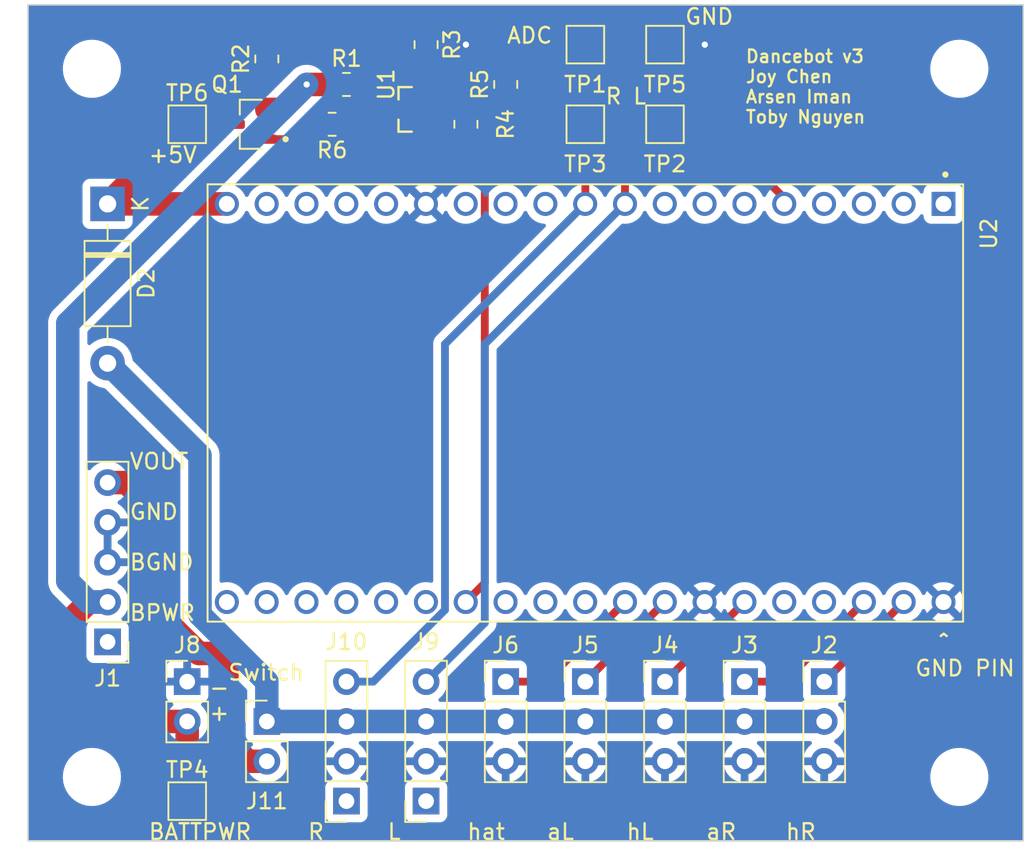
<source format=kicad_pcb>
(kicad_pcb (version 20221018) (generator pcbnew)
  (layers (0 "F.Cu" signal) (31 "B.Cu" signal) (34 "B.Paste" user) (35 "F.Paste" user) (36 "B.SilkS" user "B.Silkscreen") (37 "F.SilkS" user "F.Silkscreen") (38 "B.Mask" user) (39 "F.Mask" user) (44 "Edge.Cuts" user))
  (net 0 "")
  (net 1 "GND")
  (net 2 "BATT ADC")
  (net 3 "SM1")
  (net 4 "NPRightEye")
  (net 5 "NPLeftEye")
  (net 6 "SM2")
  (net 7 "SM3")
  (net 8 "SM4")
  (net 9 "SM5")
  (net 10 "BATT EN")
  (net 11 "Net-(R1-Pad2)")
  (net 12 "VOUT")
  (net 13 "BATT PWR")
  (net 16 "Net-(Q1-Pad3)")
  (net 17 "Net-(Q1-Pad1)")
  (net 18 "Net-(R4-Pad2)")
  (net 19 "Net-(D2-K)")
  (net 21 "Net-(J1-Pin_5)")
  (footprint "TestPoint:TestPoint_Pad_2.0x2.0mm" (layer "F.Cu") (at 233.68 81.28)
    (fp_text reference "TP3" (at 0 2.54) (layer "F.SilkS"))
    (fp_text value "TestPoint")
    (fp_line (start -1.2 -1.2) (end 1.2 -1.2) (stroke (width 0.12)) (layer "F.SilkS"))
    (fp_line (start -1.2 1.2) (end -1.2 -1.2) (stroke (width 0.12)) (layer "F.SilkS"))
    (fp_line (start 1.2 -1.2) (end 1.2 1.2) (stroke (width 0.12)) (layer "F.SilkS"))
    (fp_line (start 1.2 1.2) (end -1.2 1.2) (stroke (width 0.12)) (layer "F.SilkS"))
    (pad "1" smd rect (at 0 0) (size 2 2) (layers "F.Cu" "F.Mask") (net 4 "NPRightEye"))
  )
  (footprint "Connector_PinSocket_2.54mm:PinSocket_1x04_P2.54mm_Vertical" (layer "F.Cu") (at 218.44 124.46 180)
    (fp_text reference "J10" (at 0 10.16 180) (layer "F.SilkS"))
    (fp_text value "NeoPixel Right Eye")
    (fp_line (start -1.33 1.27) (end -1.33 8.95) (stroke (width 0.12)) (layer "F.SilkS"))
    (fp_line (start -1.33 1.27) (end 1.33 1.27) (stroke (width 0.12)) (layer "F.SilkS"))
    (fp_line (start -1.33 8.95) (end 1.33 8.95) (stroke (width 0.12)) (layer "F.SilkS"))
    (fp_line (start 0 -1.33) (end 1.33 -1.33) (stroke (width 0.12)) (layer "F.SilkS"))
    (fp_line (start 1.33 -1.33) (end 1.33 0) (stroke (width 0.12)) (layer "F.SilkS"))
    (fp_line (start 1.33 1.27) (end 1.33 8.95) (stroke (width 0.12)) (layer "F.SilkS"))
    (pad "1" thru_hole rect (at 0 0 180) (size 1.7 1.7) (drill 1) (layers "*.Cu" "*.Mask"))
    (pad "2" thru_hole oval (at 0 2.54 180) (size 1.7 1.7) (drill 1) (layers "*.Cu" "*.Mask") (net 1 "GND"))
    (pad "3" thru_hole oval (at 0 5.08 180) (size 1.7 1.7) (drill 1) (layers "*.Cu" "*.Mask") (net 12 "VOUT"))
    (pad "4" thru_hole oval (at 0 7.62 180) (size 1.7 1.7) (drill 1) (layers "*.Cu" "*.Mask") (net 4 "NPRightEye"))
  )
  (footprint "Connector_PinHeader_2.54mm:PinHeader_1x03_P2.54mm_Vertical" (layer "F.Cu") (at 243.84 116.84)
    (fp_text reference "J3" (at 0 -2.33) (layer "F.SilkS"))
    (fp_text value "IO13 servo 2")
    (fp_line (start -1.33 -1.33) (end 0 -1.33) (stroke (width 0.12)) (layer "F.SilkS"))
    (fp_line (start -1.33 0) (end -1.33 -1.33) (stroke (width 0.12)) (layer "F.SilkS"))
    (fp_line (start -1.33 1.27) (end -1.33 6.41) (stroke (width 0.12)) (layer "F.SilkS"))
    (fp_line (start -1.33 1.27) (end 1.33 1.27) (stroke (width 0.12)) (layer "F.SilkS"))
    (fp_line (start -1.33 6.41) (end 1.33 6.41) (stroke (width 0.12)) (layer "F.SilkS"))
    (fp_line (start 1.33 1.27) (end 1.33 6.41) (stroke (width 0.12)) (layer "F.SilkS"))
    (pad "1" thru_hole rect (at 0 0) (size 1.7 1.7) (drill 1) (layers "*.Cu" "*.Mask") (net 6 "SM2"))
    (pad "2" thru_hole oval (at 0 2.54) (size 1.7 1.7) (drill 1) (layers "*.Cu" "*.Mask") (net 12 "VOUT"))
    (pad "3" thru_hole oval (at 0 5.08) (size 1.7 1.7) (drill 1) (layers "*.Cu" "*.Mask") (net 1 "GND"))
  )
  (footprint "TestPoint:TestPoint_Pad_2.0x2.0mm" (layer "F.Cu") (at 238.76 81.28)
    (fp_text reference "TP2" (at 0 2.54) (layer "F.SilkS"))
    (fp_text value "TestPoint")
    (fp_line (start -1.2 -1.2) (end 1.2 -1.2) (stroke (width 0.12)) (layer "F.SilkS"))
    (fp_line (start -1.2 1.2) (end -1.2 -1.2) (stroke (width 0.12)) (layer "F.SilkS"))
    (fp_line (start 1.2 -1.2) (end 1.2 1.2) (stroke (width 0.12)) (layer "F.SilkS"))
    (fp_line (start 1.2 1.2) (end -1.2 1.2) (stroke (width 0.12)) (layer "F.SilkS"))
    (pad "1" smd rect (at 0 0) (size 2 2) (layers "F.Cu" "F.Mask") (net 5 "NPLeftEye"))
  )
  (footprint "Connector_PinHeader_2.54mm:PinHeader_1x03_P2.54mm_Vertical" (layer "F.Cu") (at 228.6 116.84)
    (fp_text reference "J6" (at 0 -2.33) (layer "F.SilkS"))
    (fp_text value "IO18 servo 5 (hat)")
    (fp_line (start -1.33 -1.33) (end 0 -1.33) (stroke (width 0.12)) (layer "F.SilkS"))
    (fp_line (start -1.33 0) (end -1.33 -1.33) (stroke (width 0.12)) (layer "F.SilkS"))
    (fp_line (start -1.33 1.27) (end -1.33 6.41) (stroke (width 0.12)) (layer "F.SilkS"))
    (fp_line (start -1.33 1.27) (end 1.33 1.27) (stroke (width 0.12)) (layer "F.SilkS"))
    (fp_line (start -1.33 6.41) (end 1.33 6.41) (stroke (width 0.12)) (layer "F.SilkS"))
    (fp_line (start 1.33 1.27) (end 1.33 6.41) (stroke (width 0.12)) (layer "F.SilkS"))
    (pad "1" thru_hole rect (at 0 0) (size 1.7 1.7) (drill 1) (layers "*.Cu" "*.Mask") (net 9 "SM5"))
    (pad "2" thru_hole oval (at 0 2.54) (size 1.7 1.7) (drill 1) (layers "*.Cu" "*.Mask") (net 12 "VOUT"))
    (pad "3" thru_hole oval (at 0 5.08) (size 1.7 1.7) (drill 1) (layers "*.Cu" "*.Mask") (net 1 "GND"))
  )
  (footprint "MountingHole:MountingHole_3.2mm_M3" (layer "F.Cu") (at 202.2 77.74)
    (fp_text reference "H2" hide)
    (fp_text value "~")
    (pad "" np_thru_hole circle (at 0 0) (size 3.2 3.2) (drill 3.2) (layers "*.Cu" "*.Mask"))
  )
  (footprint "MountingHole:MountingHole_3.2mm_M3" (layer "F.Cu") (at 202.2 122.92)
    (fp_text reference "H3" hide)
    (fp_text value "~")
    (pad "" np_thru_hole circle (at 0 0) (size 3.2 3.2) (drill 3.2) (layers "*.Cu" "*.Mask"))
  )
  (footprint "MountingHole:MountingHole_3.2mm_M3" (layer "F.Cu") (at 257.54 122.92)
    (fp_text reference "H4" hide)
    (fp_text value "~")
    (pad "" np_thru_hole circle (at 0 0) (size 3.2 3.2) (drill 3.2) (layers "*.Cu" "*.Mask"))
  )
  (footprint "Resistor_SMD:R_0805_2012Metric" (layer "F.Cu") (at 213.36 77.1125 90)
    (fp_text reference "R2" (at 0 -1.65 90) (layer "F.SilkS"))
    (fp_text value "100k")
    (fp_line (start -0.227064 -0.735) (end 0.227064 -0.735) (stroke (width 0.12)) (layer "F.SilkS"))
    (fp_line (start -0.227064 0.735) (end 0.227064 0.735) (stroke (width 0.12)) (layer "F.SilkS"))
    (pad "1" smd roundrect (at -0.9125 0 90) (size 1.025 1.4) (layers "F.Cu" "F.Paste" "F.Mask") (roundrect_rratio 0.243902) (net 16 "Net-(Q1-Pad3)"))
    (pad "2" smd roundrect (at 0.9125 0 90) (size 1.025 1.4) (layers "F.Cu" "F.Paste" "F.Mask") (roundrect_rratio 0.243902) (net 2 "BATT ADC"))
  )
  (footprint "Resistor_SMD:R_0805_2012Metric" (layer "F.Cu") (at 217.5275 81.28 180)
    (fp_text reference "R6" (at 0 -1.65) (layer "F.SilkS"))
    (fp_text value "100")
    (fp_line (start -0.227064 -0.735) (end 0.227064 -0.735) (stroke (width 0.12)) (layer "F.SilkS"))
    (fp_line (start -0.227064 0.735) (end 0.227064 0.735) (stroke (width 0.12)) (layer "F.SilkS"))
    (pad "1" smd roundrect (at -0.9125 0 180) (size 1.025 1.4) (layers "F.Cu" "F.Paste" "F.Mask") (roundrect_rratio 0.243902) (net 11 "Net-(R1-Pad2)"))
    (pad "2" smd roundrect (at 0.9125 0 180) (size 1.025 1.4) (layers "F.Cu" "F.Paste" "F.Mask") (roundrect_rratio 0.243902) (net 17 "Net-(Q1-Pad1)"))
  )
  (footprint "Connector_PinHeader_2.54mm:PinHeader_1x03_P2.54mm_Vertical" (layer "F.Cu") (at 233.68 116.84)
    (fp_text reference "J5" (at 0 -2.33) (layer "F.SilkS"))
    (fp_text value "IO15 servo 4")
    (fp_line (start -1.33 -1.33) (end 0 -1.33) (stroke (width 0.12)) (layer "F.SilkS"))
    (fp_line (start -1.33 0) (end -1.33 -1.33) (stroke (width 0.12)) (layer "F.SilkS"))
    (fp_line (start -1.33 1.27) (end -1.33 6.41) (stroke (width 0.12)) (layer "F.SilkS"))
    (fp_line (start -1.33 1.27) (end 1.33 1.27) (stroke (width 0.12)) (layer "F.SilkS"))
    (fp_line (start -1.33 6.41) (end 1.33 6.41) (stroke (width 0.12)) (layer "F.SilkS"))
    (fp_line (start 1.33 1.27) (end 1.33 6.41) (stroke (width 0.12)) (layer "F.SilkS"))
    (pad "1" thru_hole rect (at 0 0) (size 1.7 1.7) (drill 1) (layers "*.Cu" "*.Mask") (net 8 "SM4"))
    (pad "2" thru_hole oval (at 0 2.54) (size 1.7 1.7) (drill 1) (layers "*.Cu" "*.Mask") (net 12 "VOUT"))
    (pad "3" thru_hole oval (at 0 5.08) (size 1.7 1.7) (drill 1) (layers "*.Cu" "*.Mask") (net 1 "GND"))
  )
  (footprint "TestPoint:TestPoint_Pad_2.0x2.0mm" (layer "F.Cu") (at 208.28 81.28)
    (fp_text reference "TP6" (at 0 -1.998) (layer "F.SilkS"))
    (fp_text value "TestPoint")
    (fp_line (start -1.2 -1.2) (end 1.2 -1.2) (stroke (width 0.12)) (layer "F.SilkS"))
    (fp_line (start -1.2 1.2) (end -1.2 -1.2) (stroke (width 0.12)) (layer "F.SilkS"))
    (fp_line (start 1.2 -1.2) (end 1.2 1.2) (stroke (width 0.12)) (layer "F.SilkS"))
    (fp_line (start 1.2 1.2) (end -1.2 1.2) (stroke (width 0.12)) (layer "F.SilkS"))
    (pad "1" smd rect (at 0 0) (size 2 2) (layers "F.Cu" "F.Mask") (net 19 "Net-(D2-K)"))
  )
  (footprint "dancebot_parts:SOT95P237X112-3N" (layer "F.Cu") (at 212.335 81.28 180)
    (fp_text reference "Q1" (at 1.515 2.54) (layer "F.SilkS") (effects (font (size 1.0034 1.0034))))
    (fp_text value "IRLML6402TRPBF")
    (fp_line (start -0.7 1.565) (end 0.7 1.565) (stroke (width 0.127)) (layer "F.SilkS"))
    (fp_line (start 0.7 -1.565) (end -0.7 -1.565) (stroke (width 0.127)) (layer "F.SilkS"))
    (fp_line (start 0.7 -1.565) (end 0.7 -0.615) (stroke (width 0.127)) (layer "F.SilkS"))
    (fp_line (start 0.7 1.565) (end 0.7 0.615) (stroke (width 0.127)) (layer "F.SilkS"))
    (fp_circle (center -2.2225 -0.9525) (end -2.1225 -0.9525) (stroke (width 0.2)) (fill none) (layer "F.SilkS"))
    (pad "1" smd roundrect (at -1.025 -0.95 180) (size 1.3 0.59) (layers "F.Cu" "F.Paste" "F.Mask") (net 17 "Net-(Q1-Pad1)"))
    (pad "2" smd roundrect (at -1.025 0.95 180) (size 1.3 0.59) (layers "F.Cu" "F.Paste" "F.Mask") (net 13 "BATT PWR"))
    (pad "3" smd roundrect (at 1.025 0 180) (size 1.3 0.59) (layers "F.Cu" "F.Paste" "F.Mask") (net 16 "Net-(Q1-Pad3)"))
  )
  (footprint "Connector_PinHeader_2.54mm:PinHeader_1x02_P2.54mm_Vertical" (layer "F.Cu") (at 213.36 119.38)
    (fp_text reference "J11" (at 0 5.08) (layer "F.SilkS"))
    (fp_text value "Rocker Switch")
    (fp_line (start -1.33 -1.33) (end 0 -1.33) (stroke (width 0.12)) (layer "F.SilkS"))
    (fp_line (start -1.33 0) (end -1.33 -1.33) (stroke (width 0.12)) (layer "F.SilkS"))
    (fp_line (start -1.33 1.27) (end -1.33 3.87) (stroke (width 0.12)) (layer "F.SilkS"))
    (fp_line (start -1.33 1.27) (end 1.33 1.27) (stroke (width 0.12)) (layer "F.SilkS"))
    (fp_line (start -1.33 3.87) (end 1.33 3.87) (stroke (width 0.12)) (layer "F.SilkS"))
    (fp_line (start 1.33 1.27) (end 1.33 3.87) (stroke (width 0.12)) (layer "F.SilkS"))
    (pad "1" thru_hole rect (at 0 0) (size 1.7 1.7) (drill 1) (layers "*.Cu" "*.Mask") (net 12 "VOUT"))
    (pad "2" thru_hole oval (at 0 2.54) (size 1.7 1.7) (drill 1) (layers "*.Cu" "*.Mask") (net 21 "Net-(J1-Pin_5)"))
  )
  (footprint "Resistor_SMD:R_0805_2012Metric" (layer "F.Cu") (at 223.52 76.2 -90)
    (fp_text reference "R3" (at 0 -1.65 90) (layer "F.SilkS"))
    (fp_text value "51k")
    (fp_line (start -0.227064 -0.735) (end 0.227064 -0.735) (stroke (width 0.12)) (layer "F.SilkS"))
    (fp_line (start -0.227064 0.735) (end 0.227064 0.735) (stroke (width 0.12)) (layer "F.SilkS"))
    (pad "1" smd roundrect (at -0.9125 0 270) (size 1.025 1.4) (layers "F.Cu" "F.Paste" "F.Mask") (roundrect_rratio 0.243902) (net 2 "BATT ADC"))
    (pad "2" smd roundrect (at 0.9125 0 270) (size 1.025 1.4) (layers "F.Cu" "F.Paste" "F.Mask") (roundrect_rratio 0.243902) (net 1 "GND"))
  )
  (footprint "dancebot_parts:MODULE_ESP32-DEVKITC-32U" (layer "F.Cu") (at 233.68 99.06 -90)
    (fp_text reference "U2" (at -10.795 -25.75 90) (layer "F.SilkS"))
    (fp_text value "ESP32-DEVKITC-32U")
    (fp_line (start -13.95 -24.1) (end -13.95 24.1) (stroke (width 0.127)) (layer "F.SilkS"))
    (fp_line (start -13.95 24.1) (end -4.07 24.1) (stroke (width 0.127)) (layer "F.SilkS"))
    (fp_line (start -4.07 24.1) (end 4.06 24.1) (stroke (width 0.127)) (layer "F.SilkS"))
    (fp_line (start 4.06 24.1) (end 13.95 24.1) (stroke (width 0.127)) (layer "F.SilkS"))
    (fp_line (start 13.95 -24.1) (end -13.95 -24.1) (stroke (width 0.127)) (layer "F.SilkS"))
    (fp_line (start 13.95 24.1) (end 13.95 -24.1) (stroke (width 0.127)) (layer "F.SilkS"))
    (fp_circle (center -14.57 -22.97) (end -14.47 -22.97) (stroke (width 0.2)) (fill none) (layer "F.SilkS"))
    (pad "1" thru_hole rect (at -12.7 -22.85 270) (size 1.53 1.53) (drill 1.02) (layers "*.Cu" "*.Mask"))
    (pad "2" thru_hole circle (at -12.7 -20.31 270) (size 1.53 1.53) (drill 1.02) (layers "*.Cu" "*.Mask"))
    (pad "3" thru_hole circle (at -12.7 -17.77 270) (size 1.53 1.53) (drill 1.02) (layers "*.Cu" "*.Mask"))
    (pad "4" thru_hole circle (at -12.7 -15.23 270) (size 1.53 1.53) (drill 1.02) (layers "*.Cu" "*.Mask"))
    (pad "5" thru_hole circle (at -12.7 -12.69 270) (size 1.53 1.53) (drill 1.02) (layers "*.Cu" "*.Mask") (net 2 "BATT ADC"))
    (pad "6" thru_hole circle (at -12.7 -10.15 270) (size 1.53 1.53) (drill 1.02) (layers "*.Cu" "*.Mask"))
    (pad "7" thru_hole circle (at -12.7 -7.61 270) (size 1.53 1.53) (drill 1.02) (layers "*.Cu" "*.Mask"))
    (pad "8" thru_hole circle (at -12.7 -5.07 270) (size 1.53 1.53) (drill 1.02) (layers "*.Cu" "*.Mask"))
    (pad "9" thru_hole circle (at -12.7 -2.53 270) (size 1.53 1.53) (drill 1.02) (layers "*.Cu" "*.Mask") (net 5 "NPLeftEye"))
    (pad "10" thru_hole circle (at -12.7 0.01 270) (size 1.53 1.53) (drill 1.02) (layers "*.Cu" "*.Mask") (net 4 "NPRightEye"))
    (pad "11" thru_hole circle (at -12.7 2.55 270) (size 1.53 1.53) (drill 1.02) (layers "*.Cu" "*.Mask"))
    (pad "12" thru_hole circle (at -12.7 5.09 270) (size 1.53 1.53) (drill 1.02) (layers "*.Cu" "*.Mask"))
    (pad "13" thru_hole circle (at -12.7 7.63 270) (size 1.53 1.53) (drill 1.02) (layers "*.Cu" "*.Mask"))
    (pad "14" thru_hole circle (at -12.7 10.17 270) (size 1.53 1.53) (drill 1.02) (layers "*.Cu" "*.Mask") (net 1 "GND"))
    (pad "15" thru_hole circle (at -12.7 12.71 270) (size 1.53 1.53) (drill 1.02) (layers "*.Cu" "*.Mask"))
    (pad "16" thru_hole circle (at -12.7 15.25 270) (size 1.53 1.53) (drill 1.02) (layers "*.Cu" "*.Mask"))
    (pad "17" thru_hole circle (at -12.7 17.79 270) (size 1.53 1.53) (drill 1.02) (layers "*.Cu" "*.Mask"))
    (pad "18" thru_hole circle (at -12.7 20.33 270) (size 1.53 1.53) (drill 1.02) (layers "*.Cu" "*.Mask"))
    (pad "19" thru_hole circle (at -12.7 22.87 270) (size 1.53 1.53) (drill 1.02) (layers "*.Cu" "*.Mask") (net 19 "Net-(D2-K)"))
    (pad "20" thru_hole circle (at 12.7 22.87 270) (size 1.53 1.53) (drill 1.02) (layers "*.Cu" "*.Mask"))
    (pad "21" thru_hole circle (at 12.7 20.33 270) (size 1.53 1.53) (drill 1.02) (layers "*.Cu" "*.Mask"))
    (pad "22" thru_hole circle (at 12.7 17.79 270) (size 1.53 1.53) (drill 1.02) (layers "*.Cu" "*.Mask"))
    (pad "23" thru_hole circle (at 12.7 15.25 270) (size 1.53 1.53) (drill 1.02) (layers "*.Cu" "*.Mask"))
    (pad "24" thru_hole circle (at 12.7 12.71 270) (size 1.53 1.53) (drill 1.02) (layers "*.Cu" "*.Mask"))
    (pad "25" thru_hole circle (at 12.7 10.17 270) (size 1.53 1.53) (drill 1.02) (layers "*.Cu" "*.Mask"))
    (pad "26" thru_hole circle (at 12.7 7.63 270) (size 1.53 1.53) (drill 1.02) (layers "*.Cu" "*.Mask") (net 10 "BATT EN"))
    (pad "27" thru_hole circle (at 12.7 5.09 270) (size 1.53 1.53) (drill 1.02) (layers "*.Cu" "*.Mask"))
    (pad "28" thru_hole circle (at 12.7 2.55 270) (size 1.53 1.53) (drill 1.02) (layers "*.Cu" "*.Mask"))
    (pad "29" thru_hole circle (at 12.7 0.01 270) (size 1.53 1.53) (drill 1.02) (layers "*.Cu" "*.Mask"))
    (pad "30" thru_hole circle (at 12.7 -2.53 270) (size 1.53 1.53) (drill 1.02) (layers "*.Cu" "*.Mask") (net 9 "SM5"))
    (pad "31" thru_hole circle (at 12.7 -5.07 270) (size 1.53 1.53) (drill 1.02) (layers "*.Cu" "*.Mask") (net 8 "SM4"))
    (pad "32" thru_hole circle (at 12.7 -7.61 270) (size 1.53 1.53) (drill 1.02) (layers "*.Cu" "*.Mask") (net 1 "GND"))
    (pad "33" thru_hole circle (at 12.7 -10.15 270) (size 1.53 1.53) (drill 1.02) (layers "*.Cu" "*.Mask") (net 7 "SM3"))
    (pad "34" thru_hole circle (at 12.7 -12.69 270) (size 1.53 1.53) (drill 1.02) (layers "*.Cu" "*.Mask"))
    (pad "35" thru_hole circle (at 12.7 -15.23 270) (size 1.53 1.53) (drill 1.02) (layers "*.Cu" "*.Mask"))
    (pad "36" thru_hole circle (at 12.7 -17.77 270) (size 1.53 1.53) (drill 1.02) (layers "*.Cu" "*.Mask") (net 6 "SM2"))
    (pad "37" thru_hole circle (at 12.7 -20.31 270) (size 1.53 1.53) (drill 1.02) (layers "*.Cu" "*.Mask") (net 3 "SM1"))
    (pad "38" thru_hole circle (at 12.7 -22.85 270) (size 1.53 1.53) (drill 1.02) (layers "*.Cu" "*.Mask") (net 1 "GND"))
  )
  (footprint "Connector_PinHeader_2.54mm:PinHeader_1x05_P2.54mm_Vertical" (layer "F.Cu") (at 203.2 114.3 180)
    (fp_text reference "J1" (at 0 -2.33) (layer "F.SilkS"))
    (fp_text value "Voltage Regulator")
    (fp_line (start -1.33 -1.33) (end 0 -1.33) (stroke (width 0.12)) (layer "F.SilkS"))
    (fp_line (start -1.33 0) (end -1.33 -1.33) (stroke (width 0.12)) (layer "F.SilkS"))
    (fp_line (start -1.33 1.27) (end -1.33 11.49) (stroke (width 0.12)) (layer "F.SilkS"))
    (fp_line (start -1.33 1.27) (end 1.33 1.27) (stroke (width 0.12)) (layer "F.SilkS"))
    (fp_line (start -1.33 11.49) (end 1.33 11.49) (stroke (width 0.12)) (layer "F.SilkS"))
    (fp_line (start 1.33 1.27) (end 1.33 11.49) (stroke (width 0.12)) (layer "F.SilkS"))
    (pad "1" thru_hole rect (at 0 0 180) (size 1.7 1.7) (drill 1) (layers "*.Cu" "*.Mask"))
    (pad "2" thru_hole oval (at 0 2.54 180) (size 1.7 1.7) (drill 1) (layers "*.Cu" "*.Mask") (net 13 "BATT PWR"))
    (pad "3" thru_hole oval (at 0 5.08 180) (size 1.7 1.7) (drill 1) (layers "*.Cu" "*.Mask") (net 1 "GND"))
    (pad "4" thru_hole oval (at 0 7.62 180) (size 1.7 1.7) (drill 1) (layers "*.Cu" "*.Mask") (net 1 "GND"))
    (pad "5" thru_hole oval (at 0 10.16 180) (size 1.7 1.7) (drill 1) (layers "*.Cu" "*.Mask") (net 21 "Net-(J1-Pin_5)"))
  )
  (footprint "TestPoint:TestPoint_Pad_2.0x2.0mm" (layer "F.Cu") (at 208.28 124.46)
    (fp_text reference "TP4" (at 0 -1.998) (layer "F.SilkS"))
    (fp_text value "TestPoint")
    (fp_line (start -1.2 -1.2) (end 1.2 -1.2) (stroke (width 0.12)) (layer "F.SilkS"))
    (fp_line (start -1.2 1.2) (end -1.2 -1.2) (stroke (width 0.12)) (layer "F.SilkS"))
    (fp_line (start 1.2 -1.2) (end 1.2 1.2) (stroke (width 0.12)) (layer "F.SilkS"))
    (fp_line (start 1.2 1.2) (end -1.2 1.2) (stroke (width 0.12)) (layer "F.SilkS"))
    (pad "1" smd rect (at 0 0) (size 2 2) (layers "F.Cu" "F.Mask") (net 13 "BATT PWR"))
  )
  (footprint "dancebot_parts:SOT23" (layer "F.Cu") (at 222.42 80.33 90)
    (fp_text reference "U1" (at 1.59 -1.44 90) (layer "F.SilkS") (effects (font (size 1.003441 1.003441))))
    (fp_text value "IRLML2502TRPBF")
    (fp_line (start -1.4224 -0.6604) (end -0.6576 -0.6604) (stroke (width 0.1524)) (layer "F.SilkS"))
    (fp_line (start -1.4224 0.1854) (end -1.4224 -0.6604) (stroke (width 0.1524)) (layer "F.SilkS"))
    (fp_line (start 0.6326 -0.6604) (end 1.4224 -0.6604) (stroke (width 0.1524)) (layer "F.SilkS"))
    (fp_line (start 1.4224 -0.6604) (end 1.4224 0.1854) (stroke (width 0.1524)) (layer "F.SilkS"))
    (pad "1" smd rect (at -0.95 1.1 90) (size 1 1.4) (layers "F.Cu" "F.Paste" "F.Mask") (net 18 "Net-(R4-Pad2)"))
    (pad "2" smd rect (at 0.95 1.1 90) (size 1 1.4) (layers "F.Cu" "F.Paste" "F.Mask") (net 1 "GND"))
    (pad "3" smd rect (at 0 -1.1 90) (size 1 1.4) (layers "F.Cu" "F.Paste" "F.Mask") (net 11 "Net-(R1-Pad2)"))
  )
  (footprint "TestPoint:TestPoint_Pad_2.0x2.0mm" (layer "F.Cu") (at 233.68 76.2)
    (fp_text reference "TP1" (at 0 2.54) (layer "F.SilkS"))
    (fp_text value "TestPoint")
    (fp_line (start -1.2 -1.2) (end 1.2 -1.2) (stroke (width 0.12)) (layer "F.SilkS"))
    (fp_line (start -1.2 1.2) (end -1.2 -1.2) (stroke (width 0.12)) (layer "F.SilkS"))
    (fp_line (start 1.2 -1.2) (end 1.2 1.2) (stroke (width 0.12)) (layer "F.SilkS"))
    (fp_line (start 1.2 1.2) (end -1.2 1.2) (stroke (width 0.12)) (layer "F.SilkS"))
    (pad "1" smd rect (at 0 0) (size 2 2) (layers "F.Cu" "F.Mask") (net 2 "BATT ADC"))
  )
  (footprint "Diode_THT:D_DO-41_SOD81_P10.16mm_Horizontal" (layer "F.Cu") (at 203.2 86.36 -90)
    (fp_text reference "D2" (at 5.08 -2.47 90) (layer "F.SilkS"))
    (fp_text value "1N5819")
    (fp_text user "K" (at 0 -2.1 90) (layer "F.SilkS"))
    (fp_line (start 1.34 0) (end 2.36 0) (stroke (width 0.12)) (layer "F.SilkS"))
    (fp_line (start 2.36 -1.47) (end 2.36 1.47) (stroke (width 0.12)) (layer "F.SilkS"))
    (fp_line (start 2.36 1.47) (end 7.8 1.47) (stroke (width 0.12)) (layer "F.SilkS"))
    (fp_line (start 3.14 -1.47) (end 3.14 1.47) (stroke (width 0.12)) (layer "F.SilkS"))
    (fp_line (start 3.26 -1.47) (end 3.26 1.47) (stroke (width 0.12)) (layer "F.SilkS"))
    (fp_line (start 3.38 -1.47) (end 3.38 1.47) (stroke (width 0.12)) (layer "F.SilkS"))
    (fp_line (start 7.8 -1.47) (end 2.36 -1.47) (stroke (width 0.12)) (layer "F.SilkS"))
    (fp_line (start 7.8 1.47) (end 7.8 -1.47) (stroke (width 0.12)) (layer "F.SilkS"))
    (fp_line (start 8.82 0) (end 7.8 0) (stroke (width 0.12)) (layer "F.SilkS"))
    (pad "1" thru_hole rect (at 0 0 270) (size 2.2 2.2) (drill 1.1) (layers "*.Cu" "*.Mask") (net 19 "Net-(D2-K)"))
    (pad "2" thru_hole oval (at 10.16 0 270) (size 2.2 2.2) (drill 1.1) (layers "*.Cu" "*.Mask") (net 12 "VOUT"))
  )
  (footprint "Resistor_SMD:R_0805_2012Metric" (layer "F.Cu") (at 218.44 78.74)
    (fp_text reference "R1" (at 0 -1.65) (layer "F.SilkS"))
    (fp_text value "100k")
    (fp_line (start -0.227064 -0.735) (end 0.227064 -0.735) (stroke (width 0.12)) (layer "F.SilkS"))
    (fp_line (start -0.227064 0.735) (end 0.227064 0.735) (stroke (width 0.12)) (layer "F.SilkS"))
    (pad "1" smd roundrect (at -0.9125 0) (size 1.025 1.4) (layers "F.Cu" "F.Paste" "F.Mask") (roundrect_rratio 0.243902) (net 13 "BATT PWR"))
    (pad "2" smd roundrect (at 0.9125 0) (size 1.025 1.4) (layers "F.Cu" "F.Paste" "F.Mask") (roundrect_rratio 0.243902) (net 11 "Net-(R1-Pad2)"))
  )
  (footprint "Connector_PinHeader_2.54mm:PinHeader_1x03_P2.54mm_Vertical" (layer "F.Cu") (at 248.92 116.84)
    (fp_text reference "J2" (at 0 -2.33) (layer "F.SilkS"))
    (fp_text value "IO14 servo 1")
    (fp_line (start -1.33 -1.33) (end 0 -1.33) (stroke (width 0.12)) (layer "F.SilkS"))
    (fp_line (start -1.33 0) (end -1.33 -1.33) (stroke (width 0.12)) (layer "F.SilkS"))
    (fp_line (start -1.33 1.27) (end -1.33 6.41) (stroke (width 0.12)) (layer "F.SilkS"))
    (fp_line (start -1.33 1.27) (end 1.33 1.27) (stroke (width 0.12)) (layer "F.SilkS"))
    (fp_line (start -1.33 6.41) (end 1.33 6.41) (stroke (width 0.12)) (layer "F.SilkS"))
    (fp_line (start 1.33 1.27) (end 1.33 6.41) (stroke (width 0.12)) (layer "F.SilkS"))
    (pad "1" thru_hole rect (at 0 0) (size 1.7 1.7) (drill 1) (layers "*.Cu" "*.Mask") (net 3 "SM1"))
    (pad "2" thru_hole oval (at 0 2.54) (size 1.7 1.7) (drill 1) (layers "*.Cu" "*.Mask") (net 12 "VOUT"))
    (pad "3" thru_hole oval (at 0 5.08) (size 1.7 1.7) (drill 1) (layers "*.Cu" "*.Mask") (net 1 "GND"))
  )
  (footprint "Resistor_SMD:R_0805_2012Metric" (layer "F.Cu") (at 228.6 78.74 90)
    (fp_text reference "R5" (at 0 -1.65 90) (layer "F.SilkS"))
    (fp_text value "100k")
    (fp_line (start -0.227064 -0.735) (end 0.227064 -0.735) (stroke (width 0.12)) (layer "F.SilkS"))
    (fp_line (start -0.227064 0.735) (end 0.227064 0.735) (stroke (width 0.12)) (layer "F.SilkS"))
    (pad "1" smd roundrect (at -0.9125 0 90) (size 1.025 1.4) (layers "F.Cu" "F.Paste" "F.Mask") (roundrect_rratio 0.243902) (net 18 "Net-(R4-Pad2)"))
    (pad "2" smd roundrect (at 0.9125 0 90) (size 1.025 1.4) (layers "F.Cu" "F.Paste" "F.Mask") (roundrect_rratio 0.243902) (net 1 "GND"))
  )
  (footprint "Resistor_SMD:R_0805_2012Metric" (layer "F.Cu") (at 226.06 81.28 90)
    (fp_text reference "R4" (at 0 2.54 90) (layer "F.SilkS"))
    (fp_text value "100")
    (fp_line (start -0.227064 -0.735) (end 0.227064 -0.735) (stroke (width 0.12)) (layer "F.SilkS"))
    (fp_line (start -0.227064 0.735) (end 0.227064 0.735) (stroke (width 0.12)) (layer "F.SilkS"))
    (pad "1" smd roundrect (at -0.9125 0 90) (size 1.025 1.4) (layers "F.Cu" "F.Paste" "F.Mask") (roundrect_rratio 0.243902) (net 10 "BATT EN"))
    (pad "2" smd roundrect (at 0.9125 0 90) (size 1.025 1.4) (layers "F.Cu" "F.Paste" "F.Mask") (roundrect_rratio 0.243902) (net 18 "Net-(R4-Pad2)"))
  )
  (footprint "Connector_PinSocket_2.54mm:PinSocket_1x04_P2.54mm_Vertical" (layer "F.Cu") (at 223.52 124.46 180)
    (fp_text reference "J9" (at 0 10.16 180) (layer "F.SilkS"))
    (fp_text value "NeoPixel Left Eye")
    (fp_line (start -1.33 1.27) (end -1.33 8.95) (stroke (width 0.12)) (layer "F.SilkS"))
    (fp_line (start -1.33 1.27) (end 1.33 1.27) (stroke (width 0.12)) (layer "F.SilkS"))
    (fp_line (start -1.33 8.95) (end 1.33 8.95) (stroke (width 0.12)) (layer "F.SilkS"))
    (fp_line (start 0 -1.33) (end 1.33 -1.33) (stroke (width 0.12)) (layer "F.SilkS"))
    (fp_line (start 1.33 -1.33) (end 1.33 0) (stroke (width 0.12)) (layer "F.SilkS"))
    (fp_line (start 1.33 1.27) (end 1.33 8.95) (stroke (width 0.12)) (layer "F.SilkS"))
    (pad "1" thru_hole rect (at 0 0 180) (size 1.7 1.7) (drill 1) (layers "*.Cu" "*.Mask"))
    (pad "2" thru_hole oval (at 0 2.54 180) (size 1.7 1.7) (drill 1) (layers "*.Cu" "*.Mask") (net 1 "GND"))
    (pad "3" thru_hole oval (at 0 5.08 180) (size 1.7 1.7) (drill 1) (layers "*.Cu" "*.Mask") (net 12 "VOUT"))
    (pad "4" thru_hole oval (at 0 7.62 180) (size 1.7 1.7) (drill 1) (layers "*.Cu" "*.Mask") (net 5 "NPLeftEye"))
  )
  (footprint "TestPoint:TestPoint_Pad_2.0x2.0mm" (layer "F.Cu") (at 238.76 76.2)
    (fp_text reference "TP5" (at 0 2.54) (layer "F.SilkS"))
    (fp_text value "TestPoint")
    (fp_line (start -1.2 -1.2) (end 1.2 -1.2) (stroke (width 0.12)) (layer "F.SilkS"))
    (fp_line (start -1.2 1.2) (end -1.2 -1.2) (stroke (width 0.12)) (layer "F.SilkS"))
    (fp_line (start 1.2 -1.2) (end 1.2 1.2) (stroke (width 0.12)) (layer "F.SilkS"))
    (fp_line (start 1.2 1.2) (end -1.2 1.2) (stroke (width 0.12)) (layer "F.SilkS"))
    (pad "1" smd rect (at 0 0) (size 2 2) (layers "F.Cu" "F.Mask") (net 1 "GND"))
  )
  (footprint "Connector_PinHeader_2.54mm:PinHeader_1x03_P2.54mm_Vertical" (layer "F.Cu") (at 238.76 116.84)
    (fp_text reference "J4" (at 0 -2.33) (layer "F.SilkS"))
    (fp_text value "IO12 servo 3")
    (fp_line (start -1.33 -1.33) (end 0 -1.33) (stroke (width 0.12)) (layer "F.SilkS"))
    (fp_line (start -1.33 0) (end -1.33 -1.33) (stroke (width 0.12)) (layer "F.SilkS"))
    (fp_line (start -1.33 1.27) (end -1.33 6.41) (stroke (width 0.12)) (layer "F.SilkS"))
    (fp_line (start -1.33 1.27) (end 1.33 1.27) (stroke (width 0.12)) (layer "F.SilkS"))
    (fp_line (start -1.33 6.41) (end 1.33 6.41) (stroke (width 0.12)) (layer "F.SilkS"))
    (fp_line (start 1.33 1.27) (end 1.33 6.41) (stroke (width 0.12)) (layer "F.SilkS"))
    (pad "1" thru_hole rect (at 0 0) (size 1.7 1.7) (drill 1) (layers "*.Cu" "*.Mask") (net 7 "SM3"))
    (pad "2" thru_hole oval (at 0 2.54) (size 1.7 1.7) (drill 1) (layers "*.Cu" "*.Mask") (net 12 "VOUT"))
    (pad "3" thru_hole oval (at 0 5.08) (size 1.7 1.7) (drill 1) (layers "*.Cu" "*.Mask") (net 1 "GND"))
  )
  (footprint "MountingHole:MountingHole_3.2mm_M3" (layer "F.Cu") (at 257.54 77.74)
    (fp_text reference "H1" hide)
    (fp_text value "~")
    (pad "" np_thru_hole circle (at 0 0) (size 3.2 3.2) (drill 3.2) (layers "*.Cu" "*.Mask"))
  )
  (footprint "Connector_PinHeader_2.54mm:PinHeader_1x02_P2.54mm_Vertical" (layer "F.Cu") (at 208.28 116.84)
    (fp_text reference "J8" (at 0 -2.33) (layer "F.SilkS"))
    (fp_text value "Pins")
    (fp_line (start -1.33 -1.33) (end 0 -1.33) (stroke (width 0.12)) (layer "F.SilkS"))
    (fp_line (start -1.33 0) (end -1.33 -1.33) (stroke (width 0.12)) (layer "F.SilkS"))
    (fp_line (start -1.33 1.27) (end -1.33 3.87) (stroke (width 0.12)) (layer "F.SilkS"))
    (fp_line (start -1.33 1.27) (end 1.33 1.27) (stroke (width 0.12)) (layer "F.SilkS"))
    (fp_line (start -1.33 3.87) (end 1.33 3.87) (stroke (width 0.12)) (layer "F.SilkS"))
    (fp_line (start 1.33 1.27) (end 1.33 3.87) (stroke (width 0.12)) (layer "F.SilkS"))
    (pad "1" thru_hole rect (at 0 0) (size 1.7 1.7) (drill 1) (layers "*.Cu" "*.Mask") (net 1 "GND"))
    (pad "2" thru_hole oval (at 0 2.54) (size 1.7 1.7) (drill 1) (layers "*.Cu" "*.Mask") (net 13 "BATT PWR"))
  )
  (gr_rect (start 198.12 73.66) (end 261.62 127) (stroke (width 0.1)) (fill none) (layer "Edge.Cuts"))
  (gr_text "GND" (at 239.96 75) (layer "F.SilkS") (effects (font (size 1 1)) (justify left bottom)))
  (gr_text "  ^\nGND PIN" (at 254.635692 116.569984) (layer "F.SilkS") (effects (font (size 1 1)) (justify left bottom)))
  (gr_text "VOUT\n\nGND\n\nBGND\n\nBPWR" (at 204.53 113.03) (layer "F.SilkS") (effects (font (size 1 1)) (justify left bottom)))
  (gr_text "BATTPWR" (at 205.74 127) (layer "F.SilkS") (effects (font (size 1 1)) (justify left bottom)))
  (gr_text "R\n" (at 215.9 127) (layer "F.SilkS") (effects (font (size 1 1)) (justify left bottom)))
  (gr_text "+5V" (at 205.74 83.82) (layer "F.SilkS") (effects (font (size 1 1)) (justify left bottom)))
  (gr_text "L" (at 220.98 127) (layer "F.SilkS") (effects (font (size 1 1)) (justify left bottom)))
  (gr_text "-\n+" (at 209.61 119.41) (layer "F.SilkS") (effects (font (size 1 1)) (justify left bottom)))
  (gr_text "ADC" (at 228.6 76.2) (layer "F.SilkS") (effects (font (size 1 1)) (justify left bottom)))
  (gr_text "hat" (at 226.06 127) (layer "F.SilkS") (effects (font (size 1 1)) (justify left bottom)))
  (gr_text "aL" (at 231.14 127) (layer "F.SilkS") (effects (font (size 1 1)) (justify left bottom)))
  (gr_text "Dancebot v3\nJoy Chen\nArsen Iman\nToby Nguyen" (at 243.84 81.28) (layer "F.SilkS") (effects (font (size 0.8 0.8)) (justify left bottom)))
  (gr_text "hL" (at 236.22 127) (layer "F.SilkS") (effects (font (size 1 1)) (justify left bottom)))
  (gr_text "R L" (at 234.88 80.08) (layer "F.SilkS") (effects (font (size 1 1)) (justify left bottom)))
  (gr_text "Switch" (at 210.82 116.84) (layer "F.SilkS") (effects (font (size 1 1)) (justify left bottom)))
  (gr_text "aR" (at 241.3 127) (layer "F.SilkS") (effects (font (size 1 1)) (justify left bottom)))
  (gr_text "hR" (at 246.38 127) (layer "F.SilkS") (effects (font (size 1 1)) (justify left bottom)))
  (segment (start 226.9725 76.2) (end 228.6 77.8275) (width 0.5) (layer "F.Cu") (net 1))
  (segment (start 223.52 77.1125) (end 225.1475 77.1125) (width 0.5) (layer "F.Cu") (net 1))
  (segment (start 223.52 79.38) (end 223.52 77.1125) (width 0.5) (layer "F.Cu") (net 1))
  (segment (start 226.06 76.2) (end 226.9725 76.2) (width 0.5) (layer "F.Cu") (net 1))
  (segment (start 238.76 76.2) (end 241.3 76.2) (width 0.5) (layer "F.Cu") (net 1))
  (segment (start 225.1475 77.1125) (end 226.06 76.2) (width 0.5) (layer "F.Cu") (net 1))
  (via (at 241.3 76.2) (size 0.8) (drill 0.4) (layers "F.Cu" "B.Cu") (net 1))
  (via (at 226.06 76.2) (size 0.8) (drill 0.4) (layers "F.Cu" "B.Cu") (net 1))
  (segment (start 231.14 76.2) (end 233.68 76.2) (width 0.5) (layer "F.Cu") (net 2))
  (segment (start 223.52 75.2875) (end 214.2725 75.2875) (width 0.5) (layer "F.Cu") (net 2))
  (segment (start 223.52 75.2875) (end 230.2275 75.2875) (width 0.5) (layer "F.Cu") (net 2))
  (segment (start 230.2275 75.2875) (end 231.14 76.2) (width 0.5) (layer "F.Cu") (net 2))
  (segment (start 236.22 78.74) (end 239.12 78.74) (width 0.5) (layer "F.Cu") (net 2))
  (segment (start 246.37 85.99) (end 246.37 86.36) (width 0.5) (layer "F.Cu") (net 2))
  (segment (start 233.68 76.2) (end 236.22 78.74) (width 0.5) (layer "F.Cu") (net 2))
  (segment (start 239.12 78.74) (end 246.37 85.99) (width 0.5) (layer "F.Cu") (net 2))
  (segment (start 214.2725 75.2875) (end 213.36 76.2) (width 0.5) (layer "F.Cu") (net 2))
  (segment (start 248.92 116.83) (end 253.99 111.76) (width 0.5) (layer "F.Cu") (net 3))
  (segment (start 248.92 116.84) (end 248.92 116.83) (width 0.5) (layer "F.Cu") (net 3))
  (segment (start 233.68 81.28) (end 233.68 86.35) (width 0.5) (layer "F.Cu") (net 4))
  (segment (start 233.68 86.35) (end 233.67 86.36) (width 0.5) (layer "F.Cu") (net 4))
  (segment (start 224.725 112.26327) (end 220.14827 116.84) (width 0.5) (layer "B.Cu") (net 4))
  (segment (start 220.14827 116.84) (end 218.44 116.84) (width 0.5) (layer "B.Cu") (net 4))
  (segment (start 224.725 95.305) (end 224.725 112.26327) (width 0.5) (layer "B.Cu") (net 4))
  (segment (start 233.67 86.36) (end 224.725 95.305) (width 0.5) (layer "B.Cu") (net 4))
  (segment (start 236.21 83.83) (end 236.21 86.36) (width 0.5) (layer "F.Cu") (net 5))
  (segment (start 238.76 81.28) (end 236.21 83.83) (width 0.5) (layer "F.Cu") (net 5))
  (segment (start 227.265 95.305) (end 236.21 86.36) (width 0.5) (layer "B.Cu") (net 5))
  (segment (start 227.265 113.095) (end 223.52 116.84) (width 0.5) (layer "B.Cu") (net 5))
  (segment (start 227.265 113.095) (end 227.265 95.305) (width 0.5) (layer "B.Cu") (net 5))
  (segment (start 246.37 116.84) (end 251.45 111.76) (width 0.5) (layer "F.Cu") (net 6))
  (segment (start 243.84 116.84) (end 246.37 116.84) (width 0.5) (layer "F.Cu") (net 6))
  (segment (start 238.76 116.83) (end 243.83 111.76) (width 0.5) (layer "F.Cu") (net 7))
  (segment (start 238.76 116.84) (end 238.76 116.83) (width 0.5) (layer "F.Cu") (net 7))
  (segment (start 233.67 116.84) (end 233.68 116.84) (width 0.5) (layer "F.Cu") (net 8))
  (segment (start 233.68 116.84) (end 233.68 116.83) (width 0.5) (layer "F.Cu") (net 8))
  (segment (start 233.68 116.83) (end 238.75 111.76) (width 0.5) (layer "F.Cu") (net 8))
  (segment (start 228.6 116.84) (end 231.13 116.84) (width 0.5) (layer "F.Cu") (net 9))
  (segment (start 231.13 116.84) (end 236.21 111.76) (width 0.5) (layer "F.Cu") (net 9))
  (segment (start 227.265 110.545) (end 227.265 83.3975) (width 0.5) (layer "F.Cu") (net 10))
  (segment (start 227.265 83.3975) (end 226.06 82.1925) (width 0.5) (layer "F.Cu") (net 10))
  (segment (start 226.05 111.76) (end 227.265 110.545) (width 0.5) (layer "F.Cu") (net 10))
  (segment (start 219.39 80.33) (end 221.32 80.33) (width 0.5) (layer "F.Cu") (net 11))
  (segment (start 219.3525 80.3675) (end 218.44 81.28) (width 0.5) (layer "F.Cu") (net 11))
  (segment (start 219.3525 80.3675) (end 219.39 80.33) (width 0.5) (layer "F.Cu") (net 11))
  (segment (start 219.3525 78.74) (end 219.3525 80.3675) (width 0.5) (layer "F.Cu") (net 11))
  (segment (start 203.2 96.52) (end 209.095 102.415) (width 1.5) (layer "B.Cu") (net 12))
  (segment (start 209.095 112.575) (end 213.36 116.84) (width 1.5) (layer "B.Cu") (net 12))
  (segment (start 213.36 119.38) (end 218.44 119.38) (width 1.5) (layer "B.Cu") (net 12))
  (segment (start 218.44 119.38) (end 223.52 119.38) (width 1.5) (layer "B.Cu") (net 12))
  (segment (start 238.76 119.38) (end 243.84 119.38) (width 1.5) (layer "B.Cu") (net 12))
  (segment (start 209.095 102.415) (end 209.095 112.575) (width 1.5) (layer "B.Cu") (net 12))
  (segment (start 233.68 119.38) (end 238.76 119.38) (width 1.5) (layer "B.Cu") (net 12))
  (segment (start 228.6 119.38) (end 233.68 119.38) (width 1.5) (layer "B.Cu") (net 12))
  (segment (start 243.84 119.38) (end 248.92 119.38) (width 1.5) (layer "B.Cu") (net 12))
  (segment (start 213.36 116.84) (end 213.36 119.38) (width 1.5) (layer "B.Cu") (net 12))
  (segment (start 223.52 119.38) (end 228.6 119.38) (width 1.5) (layer "B.Cu") (net 12))
  (segment (start 214.31 80.33) (end 213.36 80.33) (width 1.5) (layer "F.Cu") (net 13))
  (segment (start 215.9 78.74) (end 214.31 80.33) (width 1.5) (layer "F.Cu") (net 13))
  (segment (start 204.68 119.38) (end 208.28 119.38) (width 1.5) (layer "F.Cu") (net 13))
  (segment (start 215.9 78.74) (end 217.5275 78.74) (width 1.5) (layer "F.Cu") (net 13))
  (segment (start 203.2 111.76) (end 201.997919 111.76) (width 1.5) (layer "F.Cu") (net 13))
  (segment (start 201.997919 111.76) (end 200.66 113.097919) (width 1.5) (layer "F.Cu") (net 13))
  (segment (start 208.28 124.46) (end 208.28 119.38) (width 1.5) (layer "F.Cu") (net 13))
  (segment (start 200.66 113.097919) (end 200.66 115.36) (width 1.5) (layer "F.Cu") (net 13))
  (segment (start 200.66 115.36) (end 204.68 119.38) (width 1.5) (layer "F.Cu") (net 13))
  (via (at 215.9 78.74) (size 1) (drill 0.4) (layers "F.Cu" "B.Cu") (net 13))
  (segment (start 201.997919 111.76) (end 200.66 110.422081) (width 1.5) (layer "B.Cu") (net 13))
  (segment (start 200.66 93.98) (end 215.9 78.74) (width 1.5) (layer "B.Cu") (net 13))
  (segment (start 200.66 110.422081) (end 200.66 93.98) (width 1.5) (layer "B.Cu") (net 13))
  (segment (start 203.2 111.76) (end 201.997919 111.76) (width 1.5) (layer "B.Cu") (net 13))
  (segment (start 211.31 80.075) (end 211.31 81.28) (width 0.5) (layer "F.Cu") (net 16))
  (segment (start 213.36 78.025) (end 211.31 80.075) (width 0.5) (layer "F.Cu") (net 16))
  (segment (start 213.36 82.23) (end 215.665 82.23) (width 0.5) (layer "F.Cu") (net 17))
  (segment (start 215.665 82.23) (end 216.615 81.28) (width 0.5) (layer "F.Cu") (net 17))
  (segment (start 226.06 80.3675) (end 227.885 80.3675) (width 0.5) (layer "F.Cu") (net 18))
  (segment (start 227.885 80.3675) (end 228.6 79.6525) (width 0.5) (layer "F.Cu") (net 18))
  (segment (start 225.1475 81.28) (end 226.06 80.3675) (width 0.5) (layer "F.Cu") (net 18))
  (segment (start 223.52 81.28) (end 225.1475 81.28) (width 0.5) (layer "F.Cu") (net 18))
  (segment (start 208.28 86.36) (end 210.81 86.36) (width 1.5) (layer "F.Cu") (net 19))
  (segment (start 208.28 81.28) (end 203.2 86.36) (width 1.5) (layer "F.Cu") (net 19))
  (segment (start 203.2 86.36) (end 208.28 86.36) (width 1.5) (layer "F.Cu") (net 19))
  (segment (start 205.74 105.477919) (end 205.74 111.76) (width 1.5) (layer "F.Cu") (net 21))
  (segment (start 204.402081 104.14) (end 205.74 105.477919) (width 1.5) (layer "F.Cu") (net 21))
  (segment (start 210.82 120.582081) (end 212.157919 121.92) (width 1.5) (layer "F.Cu") (net 21))
  (segment (start 205.74 111.76) (end 209.02 115.04) (width 1.5) (layer "F.Cu") (net 21))
  (segment (start 212.157919 121.92) (end 213.36 121.92) (width 1.5) (layer "F.Cu") (net 21))
  (segment (start 209.02 115.04) (end 210.08 115.04) (width 1.5) (layer "F.Cu") (net 21))
  (segment (start 210.08 115.04) (end 210.82 115.78) (width 1.5) (layer "F.Cu") (net 21))
  (segment (start 203.2 104.14) (end 204.402081 104.14) (width 1.5) (layer "F.Cu") (net 21))
  (segment (start 210.82 115.78) (end 210.82 120.582081) (width 1.5) (layer "F.Cu") (net 21))
  (zone (net 1) (net_name "GND") (layer "B.Cu") (connect_pads (clearance 0.5)) (min_thickness 0.25) (fill yes (thermal_gap 0.5) (thermal_bridge_width 0.5))
    (polygon (pts (xy 198.12 73.66) (xy 261.62 73.66) (xy 261.62 127) (xy 198.12 127)))
  )
)
</source>
